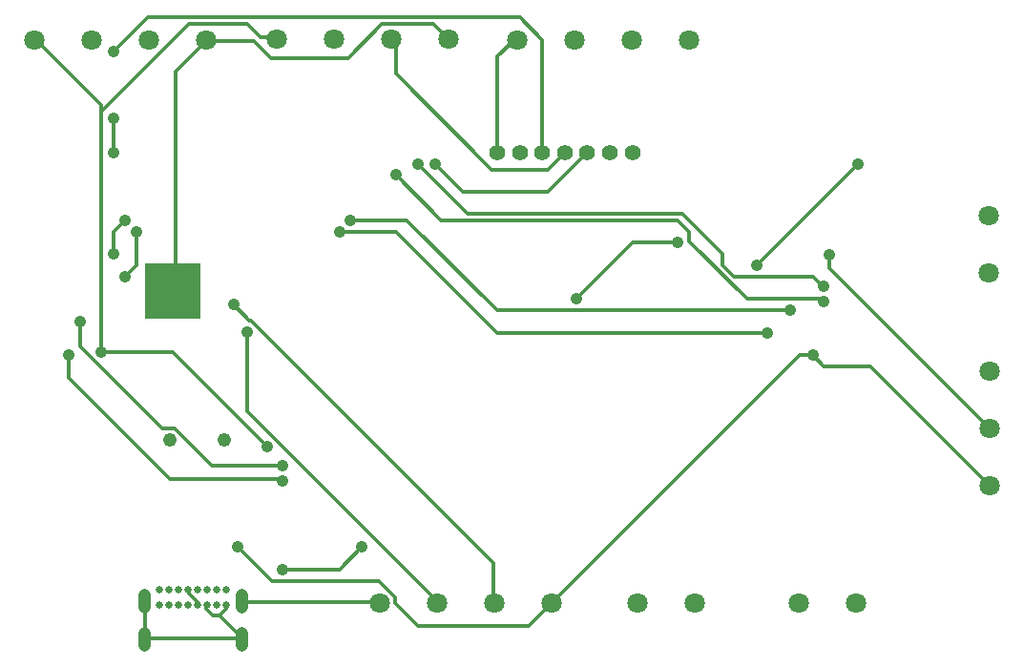
<source format=gbr>
G04 EAGLE Gerber X2 export*
%TF.Part,Single*%
%TF.FileFunction,Copper,L2,Bot,Mixed*%
%TF.FilePolarity,Positive*%
%TF.GenerationSoftware,Autodesk,EAGLE,9.7.0*%
%TF.CreationDate,2022-05-06T10:44:24Z*%
G75*
%MOMM*%
%FSLAX46Y46*%
%LPD*%
%INBottom Copper*%
%AMOC8*
5,1,8,0,0,1.08239X$1,22.5*%
G01*
G04 Define Apertures*
%ADD10C,1.800000*%
%ADD11R,5.000000X5.000000*%
%ADD12C,1.219200*%
%ADD13C,0.650000*%
%ADD14C,1.108000*%
%ADD15C,1.422400*%
%ADD16C,0.300000*%
%ADD17C,1.050000*%
D10*
X88590000Y39380000D03*
X88590000Y34300000D03*
X19200000Y55000000D03*
X14120000Y55000000D03*
X9040000Y55000000D03*
X3960000Y55000000D03*
X40700000Y55022000D03*
X35620000Y55022000D03*
X30540000Y55022000D03*
X25460000Y55022000D03*
X76860000Y5000000D03*
X71780000Y5000000D03*
X62560000Y5000000D03*
X57480000Y5000000D03*
X88670000Y15410000D03*
X88670000Y20490000D03*
X88670000Y25570000D03*
D11*
X16240000Y32710000D03*
D10*
X62000000Y55000000D03*
X56920000Y55000000D03*
X51840000Y55000000D03*
X46760000Y55000000D03*
X34590000Y5000000D03*
X39670000Y5000000D03*
X44750000Y5000000D03*
X49830000Y5000000D03*
D12*
X20763000Y19470000D03*
X15937000Y19470000D03*
D13*
X15025000Y6230000D03*
X15875000Y6230000D03*
X16725000Y6230000D03*
X17575000Y6230000D03*
X18425000Y6230000D03*
X19275000Y6230000D03*
X20125000Y6230000D03*
X20975000Y6230000D03*
X20975000Y4880000D03*
X20125000Y4880000D03*
X19275000Y4880000D03*
X18425000Y4880000D03*
X17575000Y4880000D03*
X16725000Y4880000D03*
X15875000Y4880000D03*
X15025000Y4880000D03*
D14*
X13675000Y4696000D02*
X13675000Y5804000D01*
X22325000Y5804000D02*
X22325000Y4696000D01*
X22325000Y2424000D02*
X22325000Y1316000D01*
X13675000Y1316000D02*
X13675000Y2424000D01*
D15*
X45000000Y45000000D03*
X47000000Y45000000D03*
X49000000Y45000000D03*
X51000000Y45000000D03*
X53000000Y45000000D03*
X55000000Y45000000D03*
X57000000Y45000000D03*
D16*
X9900000Y48600000D02*
X9900000Y49200000D01*
X9900000Y48600000D02*
X9900000Y27300000D01*
X9900000Y49200000D02*
X4200000Y54900000D01*
X3960000Y55000000D01*
X24000000Y55200000D02*
X25200000Y55200000D01*
X24000000Y55200000D02*
X22800000Y56400000D01*
X17700000Y56400000D01*
X9900000Y48600000D01*
X25200000Y55200000D02*
X25460000Y55022000D01*
X74500000Y35900000D02*
X74500000Y34700000D01*
X88500000Y20700000D01*
X88670000Y20490000D01*
X16200000Y27300000D02*
X9900000Y27300000D01*
X16200000Y27300000D02*
X24600000Y18900000D01*
D17*
X9900000Y27300000D03*
X74500000Y35900000D03*
X24600000Y18900000D03*
X52000000Y32000000D03*
D16*
X57000000Y37000000D01*
X61000000Y37000000D01*
D17*
X61000000Y37000000D03*
X68000000Y35000000D03*
D16*
X77000000Y44000000D01*
D17*
X77000000Y44000000D03*
D16*
X13800000Y5100000D02*
X13800000Y2100000D01*
X13675000Y1870000D01*
X13800000Y5100000D02*
X13675000Y5250000D01*
X19200000Y4800000D02*
X19200000Y4500000D01*
X19800000Y3900000D01*
X20400000Y3900000D01*
X21000000Y4500000D01*
X21000000Y4800000D01*
X19275000Y4880000D02*
X19200000Y4800000D01*
X20975000Y4880000D02*
X21000000Y4800000D01*
X20400000Y3900000D02*
X22200000Y2100000D01*
X22325000Y1870000D01*
X22500000Y5100000D02*
X34500000Y5100000D01*
X34590000Y5000000D01*
X22500000Y5100000D02*
X22325000Y5250000D01*
X16500000Y33000000D02*
X16500000Y52200000D01*
X19200000Y54900000D01*
X16500000Y33000000D02*
X16240000Y32710000D01*
X40800000Y54900000D02*
X40700000Y55022000D01*
X23400000Y54900000D02*
X19200000Y54900000D01*
X23400000Y54900000D02*
X24900000Y53400000D01*
X31800000Y53400000D01*
X34800000Y56400000D01*
X39300000Y56400000D01*
X40500000Y55200000D01*
X19200000Y55000000D02*
X19200000Y54900000D01*
X40500000Y55200000D02*
X40700000Y55022000D01*
X22325000Y1870000D02*
X13675000Y1870000D01*
X45000000Y45000000D02*
X45000000Y53500000D01*
X46500000Y55000000D01*
X46760000Y55000000D01*
X40000000Y39000000D02*
X61000000Y39000000D01*
X40000000Y39000000D02*
X36000000Y43000000D01*
D17*
X36000000Y43000000D03*
D16*
X62012500Y37138969D02*
X67151469Y32000000D01*
X62012500Y37138969D02*
X62012500Y37987500D01*
X61000000Y39000000D01*
D17*
X74000000Y31750000D03*
D16*
X73750000Y32000000D01*
X67151469Y32000000D01*
D17*
X32000000Y39000000D03*
D16*
X37000000Y39000000D01*
X45000000Y31000000D01*
D17*
X71000000Y31000000D03*
D16*
X45000000Y31000000D01*
D17*
X31000000Y38000000D03*
D16*
X36000000Y38000000D01*
X45000000Y29000000D01*
D17*
X69000000Y29000000D03*
D16*
X45000000Y29000000D01*
D17*
X26000000Y8000000D03*
D16*
X31000000Y8000000D01*
X33000000Y10000000D01*
D17*
X33000000Y10000000D03*
D16*
X35700000Y54900000D02*
X35620000Y55022000D01*
X49500000Y43500000D02*
X51000000Y45000000D01*
X49500000Y43500000D02*
X44500000Y43500000D01*
X36000000Y52000000D01*
X36000000Y55000000D01*
X35620000Y55022000D01*
D17*
X38000000Y44000000D03*
D16*
X65000000Y36000000D02*
X65000000Y35000000D01*
X66000000Y34000000D01*
X73000000Y34000000D01*
X42400000Y39600000D02*
X38000000Y44000000D01*
X42400000Y39600000D02*
X61400000Y39600000D01*
X65000000Y36000000D01*
D17*
X74000000Y33100000D03*
D16*
X73900000Y33100000D02*
X73000000Y34000000D01*
X73900000Y33100000D02*
X74000000Y33100000D01*
X30540000Y55022000D02*
X30600000Y55200000D01*
D17*
X22800000Y29100000D03*
D16*
X22800000Y22078863D01*
X39670000Y5208863D02*
X39670000Y5000000D01*
X39670000Y5208863D02*
X22800000Y22078863D01*
X49000000Y45000000D02*
X49000000Y55000000D01*
X47000000Y57000000D01*
X14000000Y57000000D01*
X11000000Y54000000D01*
X11000000Y48000000D02*
X11000000Y45000000D01*
D17*
X11000000Y54000000D03*
X11000000Y48000000D03*
X11000000Y45000000D03*
D16*
X44700000Y5100000D02*
X44750000Y5000000D01*
D17*
X21600000Y31500000D03*
D16*
X23025000Y30075000D02*
X23203863Y30075000D01*
X23025000Y30075000D02*
X21600000Y31500000D01*
X44700000Y8578863D02*
X44700000Y5100000D01*
X44700000Y8578863D02*
X23203863Y30075000D01*
D17*
X22000000Y10000000D03*
D16*
X25000000Y7000000D01*
X35940000Y5559194D02*
X35940000Y5060000D01*
X38000000Y3000000D01*
X34499194Y7000000D02*
X25000000Y7000000D01*
X34499194Y7000000D02*
X35940000Y5559194D01*
X38000000Y3000000D02*
X47830000Y3000000D01*
X49830000Y5000000D01*
D17*
X73000000Y27000000D03*
D16*
X74000000Y26000000D01*
X78080000Y26000000D01*
X88670000Y15410000D01*
X71830000Y27000000D02*
X49830000Y5000000D01*
X71830000Y27000000D02*
X73000000Y27000000D01*
D17*
X8000000Y30000000D03*
X11000000Y36000000D03*
D16*
X11000000Y38000000D01*
X12000000Y39000000D01*
D17*
X12000000Y39000000D03*
X26000000Y17250000D03*
D16*
X19655506Y17250000D01*
X16375906Y20529600D01*
X15291538Y20529600D01*
X8000000Y27821138D01*
X8000000Y30000000D01*
D17*
X13000000Y38000000D03*
D16*
X13000000Y35000000D01*
X12000000Y34000000D01*
D17*
X12000000Y34000000D03*
X7000000Y27000000D03*
D16*
X7000000Y25000000D01*
X16000000Y16000000D01*
D17*
X26000000Y15900000D03*
D16*
X25900000Y16000000D02*
X16000000Y16000000D01*
X25900000Y16000000D02*
X26000000Y15900000D01*
X17575000Y6230000D02*
X17650000Y6155000D01*
X17650000Y5908981D01*
X18425000Y5133981D02*
X18425000Y4880000D01*
X18425000Y5133981D02*
X17650000Y5908981D01*
X49500000Y41500000D02*
X53000000Y45000000D01*
X49500000Y41500000D02*
X42000000Y41500000D01*
X39500000Y44000000D01*
D17*
X39500000Y44000000D03*
M02*

</source>
